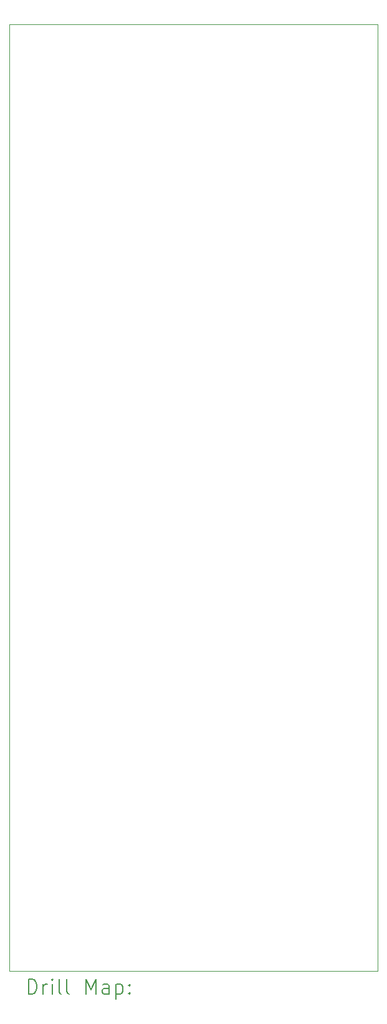
<source format=gbr>
%TF.GenerationSoftware,KiCad,Pcbnew,8.0.6-8.0.6-0~ubuntu22.04.1*%
%TF.CreationDate,2025-02-02T12:48:30+01:00*%
%TF.ProjectId,Drumbox,4472756d-626f-4782-9e6b-696361645f70,rev?*%
%TF.SameCoordinates,Original*%
%TF.FileFunction,Drillmap*%
%TF.FilePolarity,Positive*%
%FSLAX45Y45*%
G04 Gerber Fmt 4.5, Leading zero omitted, Abs format (unit mm)*
G04 Created by KiCad (PCBNEW 8.0.6-8.0.6-0~ubuntu22.04.1) date 2025-02-02 12:48:30*
%MOMM*%
%LPD*%
G01*
G04 APERTURE LIST*
%ADD10C,0.050000*%
%ADD11C,0.200000*%
G04 APERTURE END LIST*
D10*
X22040000Y-15330000D02*
X17040000Y-15330000D01*
X17040000Y-2480000D02*
X17040000Y-15330000D01*
X22040000Y-2480000D02*
X22040000Y-15330000D01*
X17040000Y-2480000D02*
X22040000Y-2480000D01*
D11*
X17298277Y-15643984D02*
X17298277Y-15443984D01*
X17298277Y-15443984D02*
X17345896Y-15443984D01*
X17345896Y-15443984D02*
X17374467Y-15453508D01*
X17374467Y-15453508D02*
X17393515Y-15472555D01*
X17393515Y-15472555D02*
X17403039Y-15491603D01*
X17403039Y-15491603D02*
X17412563Y-15529698D01*
X17412563Y-15529698D02*
X17412563Y-15558269D01*
X17412563Y-15558269D02*
X17403039Y-15596365D01*
X17403039Y-15596365D02*
X17393515Y-15615412D01*
X17393515Y-15615412D02*
X17374467Y-15634460D01*
X17374467Y-15634460D02*
X17345896Y-15643984D01*
X17345896Y-15643984D02*
X17298277Y-15643984D01*
X17498277Y-15643984D02*
X17498277Y-15510650D01*
X17498277Y-15548746D02*
X17507801Y-15529698D01*
X17507801Y-15529698D02*
X17517324Y-15520174D01*
X17517324Y-15520174D02*
X17536372Y-15510650D01*
X17536372Y-15510650D02*
X17555420Y-15510650D01*
X17622086Y-15643984D02*
X17622086Y-15510650D01*
X17622086Y-15443984D02*
X17612563Y-15453508D01*
X17612563Y-15453508D02*
X17622086Y-15463031D01*
X17622086Y-15463031D02*
X17631610Y-15453508D01*
X17631610Y-15453508D02*
X17622086Y-15443984D01*
X17622086Y-15443984D02*
X17622086Y-15463031D01*
X17745896Y-15643984D02*
X17726848Y-15634460D01*
X17726848Y-15634460D02*
X17717324Y-15615412D01*
X17717324Y-15615412D02*
X17717324Y-15443984D01*
X17850658Y-15643984D02*
X17831610Y-15634460D01*
X17831610Y-15634460D02*
X17822086Y-15615412D01*
X17822086Y-15615412D02*
X17822086Y-15443984D01*
X18079229Y-15643984D02*
X18079229Y-15443984D01*
X18079229Y-15443984D02*
X18145896Y-15586841D01*
X18145896Y-15586841D02*
X18212563Y-15443984D01*
X18212563Y-15443984D02*
X18212563Y-15643984D01*
X18393515Y-15643984D02*
X18393515Y-15539222D01*
X18393515Y-15539222D02*
X18383991Y-15520174D01*
X18383991Y-15520174D02*
X18364944Y-15510650D01*
X18364944Y-15510650D02*
X18326848Y-15510650D01*
X18326848Y-15510650D02*
X18307801Y-15520174D01*
X18393515Y-15634460D02*
X18374467Y-15643984D01*
X18374467Y-15643984D02*
X18326848Y-15643984D01*
X18326848Y-15643984D02*
X18307801Y-15634460D01*
X18307801Y-15634460D02*
X18298277Y-15615412D01*
X18298277Y-15615412D02*
X18298277Y-15596365D01*
X18298277Y-15596365D02*
X18307801Y-15577317D01*
X18307801Y-15577317D02*
X18326848Y-15567793D01*
X18326848Y-15567793D02*
X18374467Y-15567793D01*
X18374467Y-15567793D02*
X18393515Y-15558269D01*
X18488753Y-15510650D02*
X18488753Y-15710650D01*
X18488753Y-15520174D02*
X18507801Y-15510650D01*
X18507801Y-15510650D02*
X18545896Y-15510650D01*
X18545896Y-15510650D02*
X18564944Y-15520174D01*
X18564944Y-15520174D02*
X18574467Y-15529698D01*
X18574467Y-15529698D02*
X18583991Y-15548746D01*
X18583991Y-15548746D02*
X18583991Y-15605888D01*
X18583991Y-15605888D02*
X18574467Y-15624936D01*
X18574467Y-15624936D02*
X18564944Y-15634460D01*
X18564944Y-15634460D02*
X18545896Y-15643984D01*
X18545896Y-15643984D02*
X18507801Y-15643984D01*
X18507801Y-15643984D02*
X18488753Y-15634460D01*
X18669705Y-15624936D02*
X18679229Y-15634460D01*
X18679229Y-15634460D02*
X18669705Y-15643984D01*
X18669705Y-15643984D02*
X18660182Y-15634460D01*
X18660182Y-15634460D02*
X18669705Y-15624936D01*
X18669705Y-15624936D02*
X18669705Y-15643984D01*
X18669705Y-15520174D02*
X18679229Y-15529698D01*
X18679229Y-15529698D02*
X18669705Y-15539222D01*
X18669705Y-15539222D02*
X18660182Y-15529698D01*
X18660182Y-15529698D02*
X18669705Y-15520174D01*
X18669705Y-15520174D02*
X18669705Y-15539222D01*
M02*

</source>
